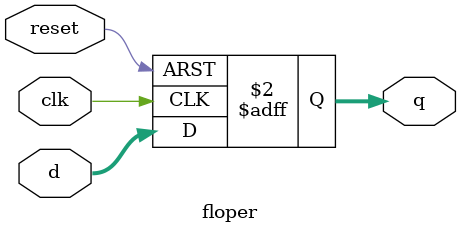
<source format=v>
`timescale 1ns / 1ps

module floper #(parameter WIDTH = 8)(
	input clk , reset,
	input [WIDTH-1:0] d,
	output reg [WIDTH-1:0] q
	);

    always @(posedge clk , posedge reset)
        if(reset) q <= 0;
        else      q <= d;

endmodule

</source>
